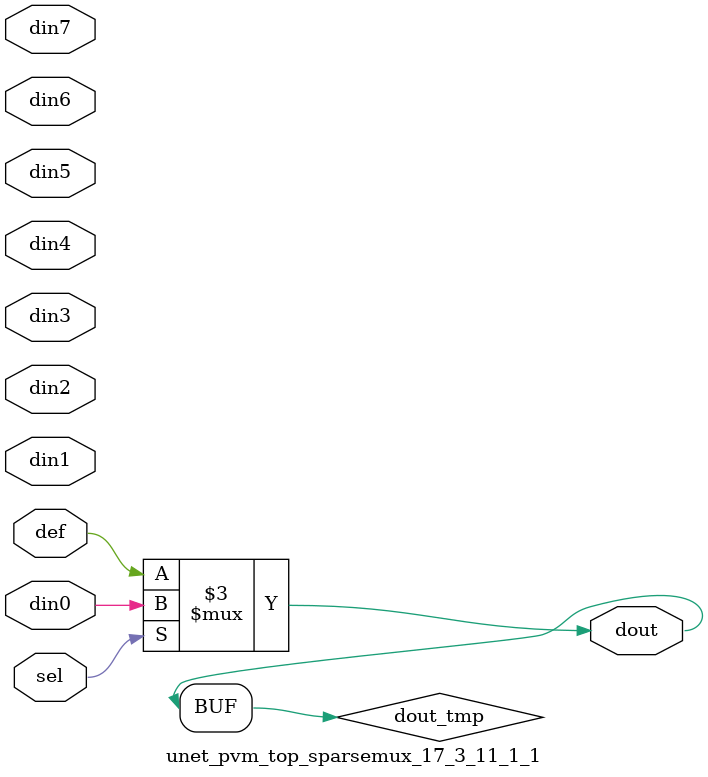
<source format=v>
`timescale 1ns / 1ps

module unet_pvm_top_sparsemux_17_3_11_1_1 (din0,din1,din2,din3,din4,din5,din6,din7,def,sel,dout);

parameter din0_WIDTH = 1;

parameter din1_WIDTH = 1;

parameter din2_WIDTH = 1;

parameter din3_WIDTH = 1;

parameter din4_WIDTH = 1;

parameter din5_WIDTH = 1;

parameter din6_WIDTH = 1;

parameter din7_WIDTH = 1;

parameter def_WIDTH = 1;
parameter sel_WIDTH = 1;
parameter dout_WIDTH = 1;

parameter [sel_WIDTH-1:0] CASE0 = 1;

parameter [sel_WIDTH-1:0] CASE1 = 1;

parameter [sel_WIDTH-1:0] CASE2 = 1;

parameter [sel_WIDTH-1:0] CASE3 = 1;

parameter [sel_WIDTH-1:0] CASE4 = 1;

parameter [sel_WIDTH-1:0] CASE5 = 1;

parameter [sel_WIDTH-1:0] CASE6 = 1;

parameter [sel_WIDTH-1:0] CASE7 = 1;

parameter ID = 1;
parameter NUM_STAGE = 1;



input [din0_WIDTH-1:0] din0;

input [din1_WIDTH-1:0] din1;

input [din2_WIDTH-1:0] din2;

input [din3_WIDTH-1:0] din3;

input [din4_WIDTH-1:0] din4;

input [din5_WIDTH-1:0] din5;

input [din6_WIDTH-1:0] din6;

input [din7_WIDTH-1:0] din7;

input [def_WIDTH-1:0] def;
input [sel_WIDTH-1:0] sel;

output [dout_WIDTH-1:0] dout;



reg [dout_WIDTH-1:0] dout_tmp;


always @ (*) begin
(* parallel_case *) case (sel)
    
    CASE0 : dout_tmp = din0;
    
    CASE1 : dout_tmp = din1;
    
    CASE2 : dout_tmp = din2;
    
    CASE3 : dout_tmp = din3;
    
    CASE4 : dout_tmp = din4;
    
    CASE5 : dout_tmp = din5;
    
    CASE6 : dout_tmp = din6;
    
    CASE7 : dout_tmp = din7;
    
    default : dout_tmp = def;
endcase
end


assign dout = dout_tmp;



endmodule

</source>
